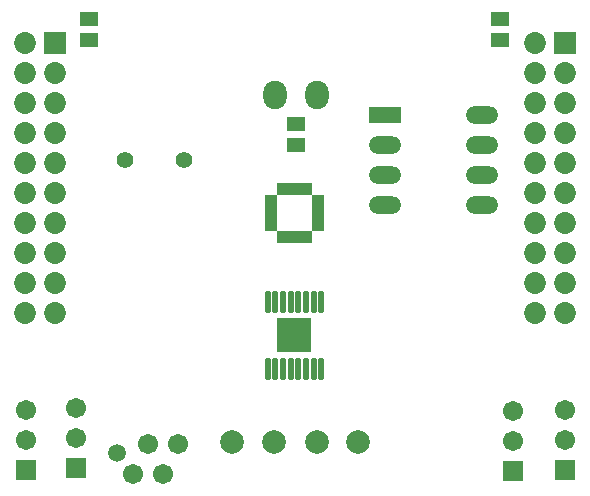
<source format=gts>
%FSLAX44Y44*%
%MOMM*%
G71*
G01*
G75*
G04 Layer_Color=8388736*
%ADD10R,0.8000X0.3250*%
%ADD11R,0.3250X0.8000*%
%ADD12R,2.8000X2.8000*%
%ADD13O,0.3500X1.7000*%
%ADD14R,1.4000X1.0000*%
%ADD15C,0.3000*%
%ADD16C,0.4000*%
%ADD17C,0.6000*%
%ADD18C,0.2500*%
%ADD19C,0.5000*%
%ADD20C,1.0000*%
%ADD21C,0.2032*%
%ADD22C,1.8000*%
%ADD23O,1.8000X2.2000*%
%ADD24R,2.5400X1.2700*%
%ADD25O,2.5400X1.2700*%
%ADD26C,1.2000*%
%ADD27C,1.5000*%
%ADD28C,1.3000*%
%ADD29R,1.5000X1.5000*%
%ADD30C,1.6500*%
%ADD31R,1.6500X1.6500*%
%ADD32C,0.7000*%
%ADD33C,0.6600*%
%ADD34R,1.5000X1.3000*%
%ADD35R,0.6500X2.1000*%
%ADD36R,1.3000X1.5000*%
%ADD37R,1.6000X1.3000*%
%ADD38R,1.3000X1.6000*%
%ADD39C,0.2540*%
%ADD40R,1.1000X0.6250*%
%ADD41R,0.6250X1.1000*%
%ADD42R,3.0032X3.0032*%
%ADD43O,0.5532X1.9032*%
%ADD44R,1.6032X1.2032*%
%ADD45C,2.0032*%
%ADD46O,2.0032X2.4032*%
%ADD47R,2.7432X1.4732*%
%ADD48O,2.7432X1.4732*%
%ADD49C,1.4032*%
%ADD50C,1.7032*%
%ADD51C,1.5032*%
%ADD52R,1.7032X1.7032*%
%ADD53C,1.8532*%
%ADD54R,1.8532X1.8532*%
D40*
X634518Y1110836D02*
D03*
Y1120886D02*
D03*
Y1115886D02*
D03*
Y1125886D02*
D03*
Y1135886D02*
D03*
Y1130886D02*
D03*
X674518Y1110886D02*
D03*
Y1115886D02*
D03*
Y1125886D02*
D03*
Y1120886D02*
D03*
Y1135886D02*
D03*
Y1130886D02*
D03*
D41*
X647018Y1102886D02*
D03*
X642018D02*
D03*
X652018Y1143386D02*
D03*
X642018D02*
D03*
X647018D02*
D03*
X662018Y1102886D02*
D03*
X652018D02*
D03*
X657018D02*
D03*
X667018D02*
D03*
Y1143386D02*
D03*
X657018D02*
D03*
X662018D02*
D03*
D42*
X654518Y1019636D02*
D03*
D43*
X677268Y1048136D02*
D03*
X670768D02*
D03*
X664268D02*
D03*
X657768D02*
D03*
X651268D02*
D03*
X644768D02*
D03*
X638268D02*
D03*
X631768D02*
D03*
X677268Y991136D02*
D03*
X670768D02*
D03*
X664268D02*
D03*
X657768D02*
D03*
X651268D02*
D03*
X644768D02*
D03*
X638268D02*
D03*
X631768D02*
D03*
D44*
X655768Y1180636D02*
D03*
Y1198636D02*
D03*
X828268Y1269386D02*
D03*
Y1287386D02*
D03*
X480768Y1269386D02*
D03*
Y1287386D02*
D03*
D45*
X637018Y929636D02*
D03*
X602018D02*
D03*
X708268D02*
D03*
X673268D02*
D03*
D46*
X638268Y1222886D02*
D03*
X673268D02*
D03*
D47*
X731518Y1205886D02*
D03*
D48*
X813718Y1129686D02*
D03*
Y1155086D02*
D03*
Y1180486D02*
D03*
Y1205886D02*
D03*
X731518Y1129686D02*
D03*
Y1155086D02*
D03*
Y1180486D02*
D03*
D49*
X510768Y1168386D02*
D03*
X560768D02*
D03*
D50*
X556368Y927536D02*
D03*
X543668Y902136D02*
D03*
X530968Y927536D02*
D03*
X518268Y902136D02*
D03*
X839518Y930036D02*
D03*
Y955436D02*
D03*
X469518Y932536D02*
D03*
Y957936D02*
D03*
X883268Y931286D02*
D03*
Y956686D02*
D03*
X427018Y931286D02*
D03*
Y956686D02*
D03*
D51*
X504268Y920136D02*
D03*
D52*
X839518Y904636D02*
D03*
X469518Y907136D02*
D03*
X883268Y905886D02*
D03*
X427018D02*
D03*
D53*
X883608Y1038300D02*
D03*
Y1063700D02*
D03*
Y1089100D02*
D03*
Y1165300D02*
D03*
Y1139900D02*
D03*
Y1114500D02*
D03*
Y1241500D02*
D03*
Y1216100D02*
D03*
Y1190700D02*
D03*
X858208Y1266900D02*
D03*
Y1190700D02*
D03*
Y1216100D02*
D03*
Y1241500D02*
D03*
Y1114500D02*
D03*
Y1139900D02*
D03*
Y1165300D02*
D03*
Y1089100D02*
D03*
Y1063700D02*
D03*
Y1038300D02*
D03*
X451808D02*
D03*
Y1063700D02*
D03*
Y1089100D02*
D03*
Y1165300D02*
D03*
Y1139900D02*
D03*
Y1114500D02*
D03*
Y1241500D02*
D03*
Y1216100D02*
D03*
Y1190700D02*
D03*
X426408Y1266900D02*
D03*
Y1190700D02*
D03*
Y1216100D02*
D03*
Y1241500D02*
D03*
Y1114500D02*
D03*
Y1139900D02*
D03*
Y1165300D02*
D03*
Y1089100D02*
D03*
Y1063700D02*
D03*
Y1038300D02*
D03*
D54*
X883608Y1266900D02*
D03*
X451808D02*
D03*
M02*

</source>
